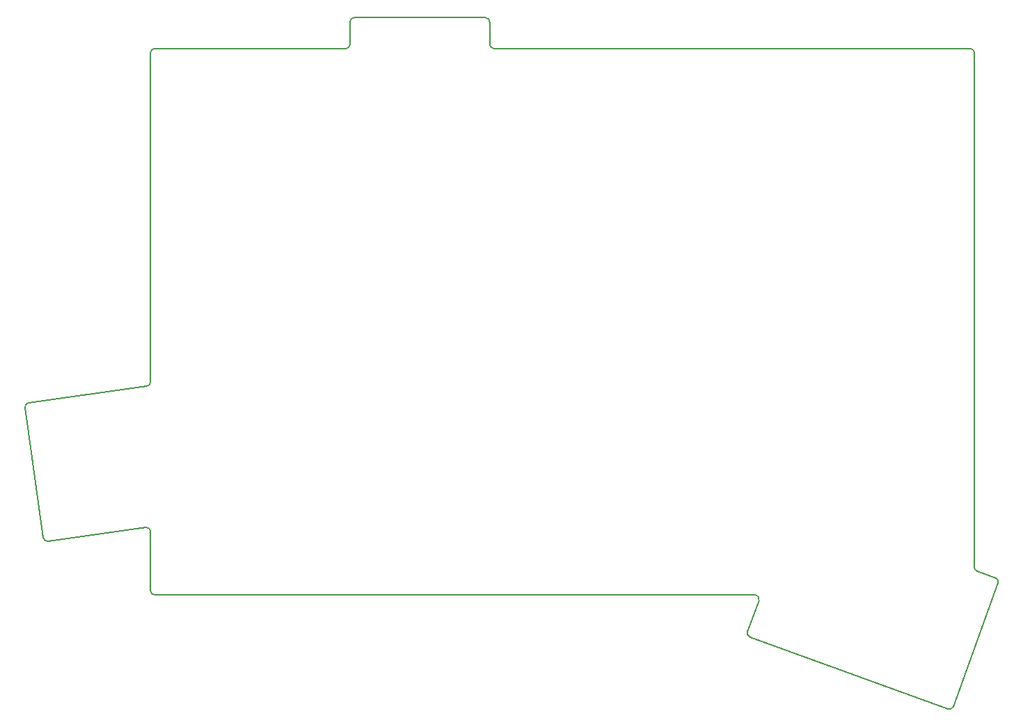
<source format=gbr>
%TF.GenerationSoftware,KiCad,Pcbnew,8.0.6-1.fc41*%
%TF.CreationDate,2024-12-09T09:59:40+11:00*%
%TF.ProjectId,pueo-mx-spaced,7075656f-2d6d-4782-9d73-70616365642e,0.1*%
%TF.SameCoordinates,Original*%
%TF.FileFunction,Profile,NP*%
%FSLAX46Y46*%
G04 Gerber Fmt 4.6, Leading zero omitted, Abs format (unit mm)*
G04 Created by KiCad (PCBNEW 8.0.6-1.fc41) date 2024-12-09 09:59:40*
%MOMM*%
%LPD*%
G01*
G04 APERTURE LIST*
%TA.AperFunction,Profile*%
%ADD10C,0.150000*%
%TD*%
G04 APERTURE END LIST*
D10*
X202841618Y-55758469D02*
X144891616Y-55758467D01*
X203341619Y-118877887D02*
X203341618Y-56258468D01*
X202841618Y-55758469D02*
G75*
G02*
X203341667Y-56258468I1J-500048D01*
G01*
X203670607Y-119347735D02*
G75*
G02*
X203341643Y-118877887I171008J469817D01*
G01*
X205937191Y-120172699D02*
X203670607Y-119347735D01*
X127391617Y-52508462D02*
G75*
G02*
X127891618Y-52008440I500033J-11D01*
G01*
X127391617Y-55258467D02*
G75*
G02*
X126891616Y-55758441I-499966J-8D01*
G01*
X87844017Y-99446004D02*
X90070787Y-115290293D01*
X88269563Y-98881282D02*
X102686206Y-96855156D01*
X103116618Y-56258467D02*
G75*
G02*
X103616618Y-55758441I500034J-8D01*
G01*
X200763705Y-135848639D02*
G75*
G02*
X200122833Y-136147509I-469855J170966D01*
G01*
X144891616Y-55758467D02*
G75*
G02*
X144391655Y-55258466I35J499996D01*
G01*
X177135354Y-122929480D02*
X175747211Y-126743380D01*
X103116616Y-96360023D02*
G75*
G02*
X102686195Y-96855078I-499963J48D01*
G01*
X143891619Y-52008471D02*
X127891618Y-52008467D01*
X126891616Y-55758470D02*
X103616618Y-55758466D01*
X103116618Y-114536918D02*
X103116617Y-121758467D01*
X144391618Y-55258466D02*
X144391617Y-52508469D01*
X102547030Y-114041786D02*
G75*
G02*
X103116609Y-114536918I69621J-495087D01*
G01*
X90635506Y-115715840D02*
G75*
G02*
X90070798Y-115290291I-69551J495166D01*
G01*
X176046045Y-127384233D02*
G75*
G02*
X175747187Y-126743371I171004J469861D01*
G01*
X200763705Y-135848639D02*
X206236028Y-120813557D01*
X87844017Y-99446007D02*
G75*
G02*
X88269557Y-98881239I495133J69630D01*
G01*
X176046045Y-127384233D02*
X200122846Y-136147473D01*
X176665508Y-122258469D02*
G75*
G02*
X177135400Y-122929497I43J-500006D01*
G01*
X103616618Y-122258466D02*
X176665508Y-122258469D01*
X103116618Y-56258467D02*
X103116616Y-96360023D01*
X103616618Y-122258466D02*
G75*
G02*
X103116659Y-121758467I33J499992D01*
G01*
X205937192Y-120172699D02*
G75*
G02*
X206236041Y-120813563I-171043J-469873D01*
G01*
X90635506Y-115715840D02*
X102547031Y-114041786D01*
X143891619Y-52008471D02*
G75*
G02*
X144391653Y-52508469I32J-500002D01*
G01*
X127391617Y-52508462D02*
X127391617Y-55258467D01*
M02*

</source>
